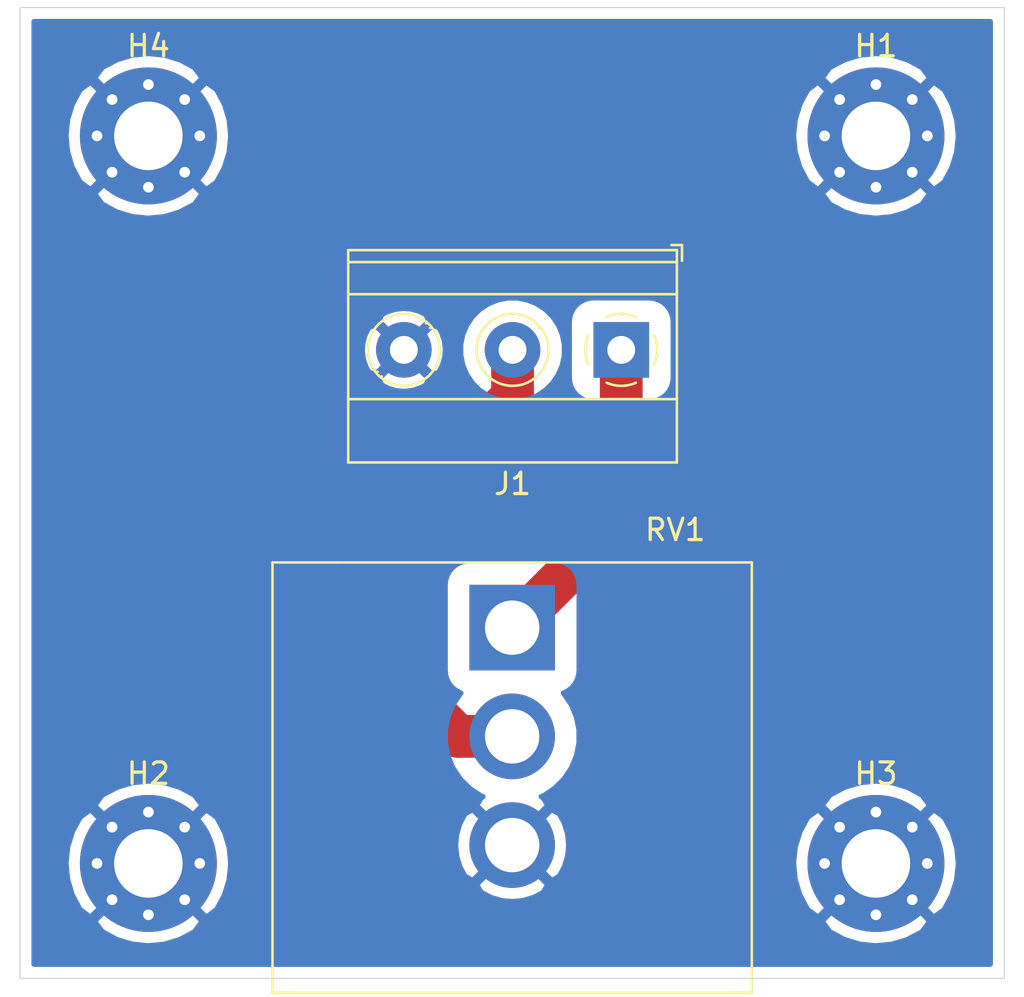
<source format=kicad_pcb>
(kicad_pcb (version 20171130) (host pcbnew "(5.1.10)-1")

  (general
    (thickness 1.6)
    (drawings 4)
    (tracks 7)
    (zones 0)
    (modules 6)
    (nets 4)
  )

  (page A4)
  (layers
    (0 F.Cu signal)
    (31 B.Cu signal)
    (32 B.Adhes user)
    (33 F.Adhes user)
    (34 B.Paste user)
    (35 F.Paste user)
    (36 B.SilkS user)
    (37 F.SilkS user)
    (38 B.Mask user)
    (39 F.Mask user)
    (40 Dwgs.User user)
    (41 Cmts.User user)
    (42 Eco1.User user)
    (43 Eco2.User user)
    (44 Edge.Cuts user)
    (45 Margin user)
    (46 B.CrtYd user)
    (47 F.CrtYd user)
    (48 B.Fab user)
    (49 F.Fab user)
  )

  (setup
    (last_trace_width 2)
    (trace_clearance 1)
    (zone_clearance 0.508)
    (zone_45_only no)
    (trace_min 0.2)
    (via_size 0.8)
    (via_drill 0.4)
    (via_min_size 0.4)
    (via_min_drill 0.3)
    (uvia_size 0.3)
    (uvia_drill 0.1)
    (uvias_allowed no)
    (uvia_min_size 0.2)
    (uvia_min_drill 0.1)
    (edge_width 0.05)
    (segment_width 0.2)
    (pcb_text_width 0.3)
    (pcb_text_size 1.5 1.5)
    (mod_edge_width 0.12)
    (mod_text_size 1 1)
    (mod_text_width 0.15)
    (pad_size 1.524 1.524)
    (pad_drill 0.762)
    (pad_to_mask_clearance 0)
    (aux_axis_origin 0 0)
    (visible_elements FFFFFF7F)
    (pcbplotparams
      (layerselection 0x010fc_ffffffff)
      (usegerberextensions false)
      (usegerberattributes true)
      (usegerberadvancedattributes true)
      (creategerberjobfile true)
      (excludeedgelayer true)
      (linewidth 0.100000)
      (plotframeref false)
      (viasonmask false)
      (mode 1)
      (useauxorigin false)
      (hpglpennumber 1)
      (hpglpenspeed 20)
      (hpglpendiameter 15.000000)
      (psnegative false)
      (psa4output false)
      (plotreference true)
      (plotvalue true)
      (plotinvisibletext false)
      (padsonsilk false)
      (subtractmaskfromsilk false)
      (outputformat 1)
      (mirror false)
      (drillshape 0)
      (scaleselection 1)
      (outputdirectory "gerber/"))
  )

  (net 0 "")
  (net 1 GND)
  (net 2 "Net-(J1-Pad1)")
  (net 3 "Net-(J1-Pad2)")

  (net_class Default "This is the default net class."
    (clearance 1)
    (trace_width 2)
    (via_dia 0.8)
    (via_drill 0.4)
    (uvia_dia 0.3)
    (uvia_drill 0.1)
    (add_net GND)
    (add_net "Net-(J1-Pad1)")
    (add_net "Net-(J1-Pad2)")
  )

  (module MountingHole:MountingHole_3.2mm_M3_Pad_Via (layer F.Cu) (tedit 56DDBCCA) (tstamp 60FBE4D8)
    (at 145.76 61.595)
    (descr "Mounting Hole 3.2mm, M3")
    (tags "mounting hole 3.2mm m3")
    (path /60FC7C92)
    (attr virtual)
    (fp_text reference H1 (at 0 -4.2) (layer F.SilkS)
      (effects (font (size 1 1) (thickness 0.15)))
    )
    (fp_text value MountingHole_Pad (at 0 4.2) (layer F.Fab)
      (effects (font (size 1 1) (thickness 0.15)))
    )
    (fp_circle (center 0 0) (end 3.45 0) (layer F.CrtYd) (width 0.05))
    (fp_circle (center 0 0) (end 3.2 0) (layer Cmts.User) (width 0.15))
    (fp_text user %R (at 0.3 0) (layer F.Fab)
      (effects (font (size 1 1) (thickness 0.15)))
    )
    (pad 1 thru_hole circle (at 0 0) (size 6.4 6.4) (drill 3.2) (layers *.Cu *.Mask)
      (net 1 GND))
    (pad 1 thru_hole circle (at 2.4 0) (size 0.8 0.8) (drill 0.5) (layers *.Cu *.Mask)
      (net 1 GND))
    (pad 1 thru_hole circle (at 1.697056 1.697056) (size 0.8 0.8) (drill 0.5) (layers *.Cu *.Mask)
      (net 1 GND))
    (pad 1 thru_hole circle (at 0 2.4) (size 0.8 0.8) (drill 0.5) (layers *.Cu *.Mask)
      (net 1 GND))
    (pad 1 thru_hole circle (at -1.697056 1.697056) (size 0.8 0.8) (drill 0.5) (layers *.Cu *.Mask)
      (net 1 GND))
    (pad 1 thru_hole circle (at -2.4 0) (size 0.8 0.8) (drill 0.5) (layers *.Cu *.Mask)
      (net 1 GND))
    (pad 1 thru_hole circle (at -1.697056 -1.697056) (size 0.8 0.8) (drill 0.5) (layers *.Cu *.Mask)
      (net 1 GND))
    (pad 1 thru_hole circle (at 0 -2.4) (size 0.8 0.8) (drill 0.5) (layers *.Cu *.Mask)
      (net 1 GND))
    (pad 1 thru_hole circle (at 1.697056 -1.697056) (size 0.8 0.8) (drill 0.5) (layers *.Cu *.Mask)
      (net 1 GND))
  )

  (module MountingHole:MountingHole_3.2mm_M3_Pad_Via (layer F.Cu) (tedit 56DDBCCA) (tstamp 60FBE484)
    (at 111.76 95.595)
    (descr "Mounting Hole 3.2mm, M3")
    (tags "mounting hole 3.2mm m3")
    (path /60FC8446)
    (attr virtual)
    (fp_text reference H2 (at 0 -4.2) (layer F.SilkS)
      (effects (font (size 1 1) (thickness 0.15)))
    )
    (fp_text value MountingHole_Pad (at 0 4.2) (layer F.Fab)
      (effects (font (size 1 1) (thickness 0.15)))
    )
    (fp_text user %R (at 0.3 0) (layer F.Fab)
      (effects (font (size 1 1) (thickness 0.15)))
    )
    (fp_circle (center 0 0) (end 3.2 0) (layer Cmts.User) (width 0.15))
    (fp_circle (center 0 0) (end 3.45 0) (layer F.CrtYd) (width 0.05))
    (pad 1 thru_hole circle (at 1.697056 -1.697056) (size 0.8 0.8) (drill 0.5) (layers *.Cu *.Mask)
      (net 1 GND))
    (pad 1 thru_hole circle (at 0 -2.4) (size 0.8 0.8) (drill 0.5) (layers *.Cu *.Mask)
      (net 1 GND))
    (pad 1 thru_hole circle (at -1.697056 -1.697056) (size 0.8 0.8) (drill 0.5) (layers *.Cu *.Mask)
      (net 1 GND))
    (pad 1 thru_hole circle (at -2.4 0) (size 0.8 0.8) (drill 0.5) (layers *.Cu *.Mask)
      (net 1 GND))
    (pad 1 thru_hole circle (at -1.697056 1.697056) (size 0.8 0.8) (drill 0.5) (layers *.Cu *.Mask)
      (net 1 GND))
    (pad 1 thru_hole circle (at 0 2.4) (size 0.8 0.8) (drill 0.5) (layers *.Cu *.Mask)
      (net 1 GND))
    (pad 1 thru_hole circle (at 1.697056 1.697056) (size 0.8 0.8) (drill 0.5) (layers *.Cu *.Mask)
      (net 1 GND))
    (pad 1 thru_hole circle (at 2.4 0) (size 0.8 0.8) (drill 0.5) (layers *.Cu *.Mask)
      (net 1 GND))
    (pad 1 thru_hole circle (at 0 0) (size 6.4 6.4) (drill 3.2) (layers *.Cu *.Mask)
      (net 1 GND))
  )

  (module MountingHole:MountingHole_3.2mm_M3_Pad_Via (layer F.Cu) (tedit 56DDBCCA) (tstamp 60FBE38E)
    (at 145.76 95.595)
    (descr "Mounting Hole 3.2mm, M3")
    (tags "mounting hole 3.2mm m3")
    (path /60FC8A33)
    (attr virtual)
    (fp_text reference H3 (at 0 -4.2) (layer F.SilkS)
      (effects (font (size 1 1) (thickness 0.15)))
    )
    (fp_text value MountingHole_Pad (at 0 4.2) (layer F.Fab)
      (effects (font (size 1 1) (thickness 0.15)))
    )
    (fp_circle (center 0 0) (end 3.45 0) (layer F.CrtYd) (width 0.05))
    (fp_circle (center 0 0) (end 3.2 0) (layer Cmts.User) (width 0.15))
    (fp_text user %R (at 0.3 0) (layer F.Fab)
      (effects (font (size 1 1) (thickness 0.15)))
    )
    (pad 1 thru_hole circle (at 0 0) (size 6.4 6.4) (drill 3.2) (layers *.Cu *.Mask)
      (net 1 GND))
    (pad 1 thru_hole circle (at 2.4 0) (size 0.8 0.8) (drill 0.5) (layers *.Cu *.Mask)
      (net 1 GND))
    (pad 1 thru_hole circle (at 1.697056 1.697056) (size 0.8 0.8) (drill 0.5) (layers *.Cu *.Mask)
      (net 1 GND))
    (pad 1 thru_hole circle (at 0 2.4) (size 0.8 0.8) (drill 0.5) (layers *.Cu *.Mask)
      (net 1 GND))
    (pad 1 thru_hole circle (at -1.697056 1.697056) (size 0.8 0.8) (drill 0.5) (layers *.Cu *.Mask)
      (net 1 GND))
    (pad 1 thru_hole circle (at -2.4 0) (size 0.8 0.8) (drill 0.5) (layers *.Cu *.Mask)
      (net 1 GND))
    (pad 1 thru_hole circle (at -1.697056 -1.697056) (size 0.8 0.8) (drill 0.5) (layers *.Cu *.Mask)
      (net 1 GND))
    (pad 1 thru_hole circle (at 0 -2.4) (size 0.8 0.8) (drill 0.5) (layers *.Cu *.Mask)
      (net 1 GND))
    (pad 1 thru_hole circle (at 1.697056 -1.697056) (size 0.8 0.8) (drill 0.5) (layers *.Cu *.Mask)
      (net 1 GND))
  )

  (module MountingHole:MountingHole_3.2mm_M3_Pad_Via (layer F.Cu) (tedit 56DDBCCA) (tstamp 60FBE457)
    (at 111.76 61.595)
    (descr "Mounting Hole 3.2mm, M3")
    (tags "mounting hole 3.2mm m3")
    (path /60FCB4CE)
    (attr virtual)
    (fp_text reference H4 (at 0 -4.2) (layer F.SilkS)
      (effects (font (size 1 1) (thickness 0.15)))
    )
    (fp_text value MountingHole_Pad (at 0 4.2) (layer F.Fab)
      (effects (font (size 1 1) (thickness 0.15)))
    )
    (fp_text user %R (at 0.3 0) (layer F.Fab)
      (effects (font (size 1 1) (thickness 0.15)))
    )
    (fp_circle (center 0 0) (end 3.2 0) (layer Cmts.User) (width 0.15))
    (fp_circle (center 0 0) (end 3.45 0) (layer F.CrtYd) (width 0.05))
    (pad 1 thru_hole circle (at 1.697056 -1.697056) (size 0.8 0.8) (drill 0.5) (layers *.Cu *.Mask)
      (net 1 GND))
    (pad 1 thru_hole circle (at 0 -2.4) (size 0.8 0.8) (drill 0.5) (layers *.Cu *.Mask)
      (net 1 GND))
    (pad 1 thru_hole circle (at -1.697056 -1.697056) (size 0.8 0.8) (drill 0.5) (layers *.Cu *.Mask)
      (net 1 GND))
    (pad 1 thru_hole circle (at -2.4 0) (size 0.8 0.8) (drill 0.5) (layers *.Cu *.Mask)
      (net 1 GND))
    (pad 1 thru_hole circle (at -1.697056 1.697056) (size 0.8 0.8) (drill 0.5) (layers *.Cu *.Mask)
      (net 1 GND))
    (pad 1 thru_hole circle (at 0 2.4) (size 0.8 0.8) (drill 0.5) (layers *.Cu *.Mask)
      (net 1 GND))
    (pad 1 thru_hole circle (at 1.697056 1.697056) (size 0.8 0.8) (drill 0.5) (layers *.Cu *.Mask)
      (net 1 GND))
    (pad 1 thru_hole circle (at 2.4 0) (size 0.8 0.8) (drill 0.5) (layers *.Cu *.Mask)
      (net 1 GND))
    (pad 1 thru_hole circle (at 0 0) (size 6.4 6.4) (drill 3.2) (layers *.Cu *.Mask)
      (net 1 GND))
  )

  (module TerminalBlock_Phoenix:TerminalBlock_Phoenix_MKDS-1,5-3-5.08_1x03_P5.08mm_Horizontal (layer F.Cu) (tedit 5B294EBC) (tstamp 60FBE3E0)
    (at 133.858 71.595 180)
    (descr "Terminal Block Phoenix MKDS-1,5-3-5.08, 3 pins, pitch 5.08mm, size 15.2x9.8mm^2, drill diamater 1.3mm, pad diameter 2.6mm, see http://www.farnell.com/datasheets/100425.pdf, script-generated using https://github.com/pointhi/kicad-footprint-generator/scripts/TerminalBlock_Phoenix")
    (tags "THT Terminal Block Phoenix MKDS-1,5-3-5.08 pitch 5.08mm size 15.2x9.8mm^2 drill 1.3mm pad 2.6mm")
    (path /60FB2EAE)
    (fp_text reference J1 (at 5.08 -6.26) (layer F.SilkS)
      (effects (font (size 1 1) (thickness 0.15)))
    )
    (fp_text value Screw_Terminal_01x03 (at 5.08 5.66) (layer F.Fab)
      (effects (font (size 1 1) (thickness 0.15)))
    )
    (fp_line (start 13.21 -5.71) (end -3.04 -5.71) (layer F.CrtYd) (width 0.05))
    (fp_line (start 13.21 5.1) (end 13.21 -5.71) (layer F.CrtYd) (width 0.05))
    (fp_line (start -3.04 5.1) (end 13.21 5.1) (layer F.CrtYd) (width 0.05))
    (fp_line (start -3.04 -5.71) (end -3.04 5.1) (layer F.CrtYd) (width 0.05))
    (fp_line (start -2.84 4.9) (end -2.34 4.9) (layer F.SilkS) (width 0.12))
    (fp_line (start -2.84 4.16) (end -2.84 4.9) (layer F.SilkS) (width 0.12))
    (fp_line (start 8.933 1.023) (end 8.886 1.069) (layer F.SilkS) (width 0.12))
    (fp_line (start 11.23 -1.275) (end 11.195 -1.239) (layer F.SilkS) (width 0.12))
    (fp_line (start 9.126 1.239) (end 9.091 1.274) (layer F.SilkS) (width 0.12))
    (fp_line (start 11.435 -1.069) (end 11.388 -1.023) (layer F.SilkS) (width 0.12))
    (fp_line (start 11.115 -1.138) (end 9.023 0.955) (layer F.Fab) (width 0.1))
    (fp_line (start 11.298 -0.955) (end 9.206 1.138) (layer F.Fab) (width 0.1))
    (fp_line (start 3.853 1.023) (end 3.806 1.069) (layer F.SilkS) (width 0.12))
    (fp_line (start 6.15 -1.275) (end 6.115 -1.239) (layer F.SilkS) (width 0.12))
    (fp_line (start 4.046 1.239) (end 4.011 1.274) (layer F.SilkS) (width 0.12))
    (fp_line (start 6.355 -1.069) (end 6.308 -1.023) (layer F.SilkS) (width 0.12))
    (fp_line (start 6.035 -1.138) (end 3.943 0.955) (layer F.Fab) (width 0.1))
    (fp_line (start 6.218 -0.955) (end 4.126 1.138) (layer F.Fab) (width 0.1))
    (fp_line (start 0.955 -1.138) (end -1.138 0.955) (layer F.Fab) (width 0.1))
    (fp_line (start 1.138 -0.955) (end -0.955 1.138) (layer F.Fab) (width 0.1))
    (fp_line (start 12.76 -5.261) (end 12.76 4.66) (layer F.SilkS) (width 0.12))
    (fp_line (start -2.6 -5.261) (end -2.6 4.66) (layer F.SilkS) (width 0.12))
    (fp_line (start -2.6 4.66) (end 12.76 4.66) (layer F.SilkS) (width 0.12))
    (fp_line (start -2.6 -5.261) (end 12.76 -5.261) (layer F.SilkS) (width 0.12))
    (fp_line (start -2.6 -2.301) (end 12.76 -2.301) (layer F.SilkS) (width 0.12))
    (fp_line (start -2.54 -2.3) (end 12.7 -2.3) (layer F.Fab) (width 0.1))
    (fp_line (start -2.6 2.6) (end 12.76 2.6) (layer F.SilkS) (width 0.12))
    (fp_line (start -2.54 2.6) (end 12.7 2.6) (layer F.Fab) (width 0.1))
    (fp_line (start -2.6 4.1) (end 12.76 4.1) (layer F.SilkS) (width 0.12))
    (fp_line (start -2.54 4.1) (end 12.7 4.1) (layer F.Fab) (width 0.1))
    (fp_line (start -2.54 4.1) (end -2.54 -5.2) (layer F.Fab) (width 0.1))
    (fp_line (start -2.04 4.6) (end -2.54 4.1) (layer F.Fab) (width 0.1))
    (fp_line (start 12.7 4.6) (end -2.04 4.6) (layer F.Fab) (width 0.1))
    (fp_line (start 12.7 -5.2) (end 12.7 4.6) (layer F.Fab) (width 0.1))
    (fp_line (start -2.54 -5.2) (end 12.7 -5.2) (layer F.Fab) (width 0.1))
    (fp_circle (center 10.16 0) (end 11.84 0) (layer F.SilkS) (width 0.12))
    (fp_circle (center 10.16 0) (end 11.66 0) (layer F.Fab) (width 0.1))
    (fp_circle (center 5.08 0) (end 6.76 0) (layer F.SilkS) (width 0.12))
    (fp_circle (center 5.08 0) (end 6.58 0) (layer F.Fab) (width 0.1))
    (fp_circle (center 0 0) (end 1.5 0) (layer F.Fab) (width 0.1))
    (fp_arc (start 0 0) (end 0 1.68) (angle -24) (layer F.SilkS) (width 0.12))
    (fp_arc (start 0 0) (end 1.535 0.684) (angle -48) (layer F.SilkS) (width 0.12))
    (fp_arc (start 0 0) (end 0.684 -1.535) (angle -48) (layer F.SilkS) (width 0.12))
    (fp_arc (start 0 0) (end -1.535 -0.684) (angle -48) (layer F.SilkS) (width 0.12))
    (fp_arc (start 0 0) (end -0.684 1.535) (angle -25) (layer F.SilkS) (width 0.12))
    (fp_text user %R (at 5.08 3.2) (layer F.Fab)
      (effects (font (size 1 1) (thickness 0.15)))
    )
    (pad 1 thru_hole rect (at 0 0 180) (size 2.6 2.6) (drill 1.3) (layers *.Cu *.Mask)
      (net 2 "Net-(J1-Pad1)"))
    (pad 2 thru_hole circle (at 5.08 0 180) (size 2.6 2.6) (drill 1.3) (layers *.Cu *.Mask)
      (net 3 "Net-(J1-Pad2)"))
    (pad 3 thru_hole circle (at 10.16 0 180) (size 2.6 2.6) (drill 1.3) (layers *.Cu *.Mask)
      (net 1 GND))
    (model ${KISYS3DMOD}/TerminalBlock_Phoenix.3dshapes/TerminalBlock_Phoenix_MKDS-1,5-3-5.08_1x03_P5.08mm_Horizontal.wrl
      (at (xyz 0 0 0))
      (scale (xyz 1 1 1))
      (rotate (xyz 0 0 0))
    )
  )

  (module Potentiometer_THT:POT3600 (layer F.Cu) (tedit 60FB784A) (tstamp 60FBE4AF)
    (at 128.76 101.595)
    (path /60FB170B)
    (fp_text reference RV1 (at 7.62 -21.59) (layer F.SilkS)
      (effects (font (size 1 1) (thickness 0.15)))
    )
    (fp_text value R_POT (at 0 -2.54) (layer F.Fab)
      (effects (font (size 1 1) (thickness 0.15)))
    )
    (fp_line (start -11.2 -20.066) (end -8.128 -20.066) (layer F.SilkS) (width 0.12))
    (fp_line (start -11.2 0.042) (end -11.2 -20.066) (layer F.SilkS) (width 0.12))
    (fp_line (start 11.2 -20.066) (end -8.128 -20.066) (layer F.SilkS) (width 0.12))
    (fp_line (start 11.2 -18.796) (end 11.2 -20.066) (layer F.SilkS) (width 0.12))
    (fp_line (start 11.2 0.042) (end 11.2 -18.796) (layer F.SilkS) (width 0.12))
    (fp_line (start 0 0.042) (end -11.2 0.042) (layer F.SilkS) (width 0.12))
    (fp_line (start 0 0.042) (end 11.2 0.042) (layer F.SilkS) (width 0.12))
    (pad 2 thru_hole rect (at 0 -17.018) (size 4 4) (drill 2.54) (layers *.Cu *.Mask)
      (net 2 "Net-(J1-Pad1)"))
    (pad 1 thru_hole circle (at 0 -11.938) (size 4 4) (drill 2.54) (layers *.Cu *.Mask)
      (net 3 "Net-(J1-Pad2)"))
    (pad 3 thru_hole circle (at 0 -6.858) (size 4 4) (drill 2.54) (layers *.Cu *.Mask)
      (net 1 GND))
  )

  (gr_line (start 105.76 100.965) (end 151.76 100.965) (layer Edge.Cuts) (width 0.05) (tstamp 60FBE7F5))
  (gr_line (start 105.76 55.595) (end 105.76 100.965) (layer Edge.Cuts) (width 0.05))
  (gr_line (start 151.76 55.595) (end 151.76 100.965) (layer Edge.Cuts) (width 0.05))
  (gr_line (start 105.76 55.595) (end 151.76 55.595) (layer Edge.Cuts) (width 0.05))

  (segment (start 133.858 79.479) (end 133.858 71.595) (width 2) (layer F.Cu) (net 2))
  (segment (start 128.76 84.577) (end 133.858 79.479) (width 2) (layer F.Cu) (net 2))
  (segment (start 128.778 71.595) (end 128.778 73.787) (width 2) (layer F.Cu) (net 3))
  (segment (start 128.778 73.787) (end 122.555 80.01) (width 2) (layer F.Cu) (net 3))
  (segment (start 126.239998 89.657) (end 128.76 89.657) (width 2) (layer F.Cu) (net 3))
  (segment (start 122.555 85.972002) (end 126.239998 89.657) (width 2) (layer F.Cu) (net 3))
  (segment (start 122.555 80.01) (end 122.555 85.972002) (width 2) (layer F.Cu) (net 3))

  (zone (net 1) (net_name GND) (layer B.Cu) (tstamp 60FBE88D) (hatch edge 0.508)
    (connect_pads (clearance 0.508))
    (min_thickness 0.254)
    (fill yes (arc_segments 32) (thermal_gap 0.508) (thermal_bridge_width 0.508))
    (polygon
      (pts
        (xy 152.4 100.965) (xy 105.41 100.965) (xy 105.41 55.245) (xy 152.4 55.245)
      )
    )
    (filled_polygon
      (pts
        (xy 151.100001 100.305) (xy 106.42 100.305) (xy 106.42 98.295881) (xy 109.238724 98.295881) (xy 109.598912 98.785548)
        (xy 110.262882 99.145849) (xy 110.984385 99.369694) (xy 111.735695 99.44848) (xy 112.487938 99.379178) (xy 113.212208 99.164452)
        (xy 113.88067 98.812555) (xy 113.921088 98.785548) (xy 114.281276 98.295881) (xy 143.238724 98.295881) (xy 143.598912 98.785548)
        (xy 144.262882 99.145849) (xy 144.984385 99.369694) (xy 145.735695 99.44848) (xy 146.487938 99.379178) (xy 147.212208 99.164452)
        (xy 147.88067 98.812555) (xy 147.921088 98.785548) (xy 148.281276 98.295881) (xy 145.76 95.774605) (xy 143.238724 98.295881)
        (xy 114.281276 98.295881) (xy 111.76 95.774605) (xy 109.238724 98.295881) (xy 106.42 98.295881) (xy 106.42 95.570695)
        (xy 107.90652 95.570695) (xy 107.975822 96.322938) (xy 108.190548 97.047208) (xy 108.542445 97.71567) (xy 108.569452 97.756088)
        (xy 109.059119 98.116276) (xy 111.580395 95.595) (xy 111.939605 95.595) (xy 114.460881 98.116276) (xy 114.950548 97.756088)
        (xy 115.310849 97.092118) (xy 115.468336 96.584499) (xy 127.092106 96.584499) (xy 127.308228 96.951258) (xy 127.768105 97.191938)
        (xy 128.266098 97.338275) (xy 128.783071 97.384648) (xy 129.299159 97.329273) (xy 129.794526 97.174279) (xy 130.211772 96.951258)
        (xy 130.427894 96.584499) (xy 128.76 94.916605) (xy 127.092106 96.584499) (xy 115.468336 96.584499) (xy 115.534694 96.370615)
        (xy 115.61348 95.619305) (xy 115.544178 94.867062) (xy 115.512459 94.760071) (xy 126.112352 94.760071) (xy 126.167727 95.276159)
        (xy 126.322721 95.771526) (xy 126.545742 96.188772) (xy 126.912501 96.404894) (xy 128.580395 94.737) (xy 128.939605 94.737)
        (xy 130.607499 96.404894) (xy 130.974258 96.188772) (xy 131.214938 95.728895) (xy 131.261425 95.570695) (xy 141.90652 95.570695)
        (xy 141.975822 96.322938) (xy 142.190548 97.047208) (xy 142.542445 97.71567) (xy 142.569452 97.756088) (xy 143.059119 98.116276)
        (xy 145.580395 95.595) (xy 145.939605 95.595) (xy 148.460881 98.116276) (xy 148.950548 97.756088) (xy 149.310849 97.092118)
        (xy 149.534694 96.370615) (xy 149.61348 95.619305) (xy 149.544178 94.867062) (xy 149.329452 94.142792) (xy 148.977555 93.47433)
        (xy 148.950548 93.433912) (xy 148.460881 93.073724) (xy 145.939605 95.595) (xy 145.580395 95.595) (xy 143.059119 93.073724)
        (xy 142.569452 93.433912) (xy 142.209151 94.097882) (xy 141.985306 94.819385) (xy 141.90652 95.570695) (xy 131.261425 95.570695)
        (xy 131.361275 95.230902) (xy 131.407648 94.713929) (xy 131.352273 94.197841) (xy 131.197279 93.702474) (xy 130.974258 93.285228)
        (xy 130.607499 93.069106) (xy 128.939605 94.737) (xy 128.580395 94.737) (xy 126.912501 93.069106) (xy 126.545742 93.285228)
        (xy 126.305062 93.745105) (xy 126.158725 94.243098) (xy 126.112352 94.760071) (xy 115.512459 94.760071) (xy 115.329452 94.142792)
        (xy 114.977555 93.47433) (xy 114.950548 93.433912) (xy 114.460881 93.073724) (xy 111.939605 95.595) (xy 111.580395 95.595)
        (xy 109.059119 93.073724) (xy 108.569452 93.433912) (xy 108.209151 94.097882) (xy 107.985306 94.819385) (xy 107.90652 95.570695)
        (xy 106.42 95.570695) (xy 106.42 92.894119) (xy 109.238724 92.894119) (xy 111.76 95.415395) (xy 114.281276 92.894119)
        (xy 113.921088 92.404452) (xy 113.257118 92.044151) (xy 112.535615 91.820306) (xy 111.784305 91.74152) (xy 111.032062 91.810822)
        (xy 110.307792 92.025548) (xy 109.63933 92.377445) (xy 109.598912 92.404452) (xy 109.238724 92.894119) (xy 106.42 92.894119)
        (xy 106.42 82.577) (xy 125.627547 82.577) (xy 125.627547 86.577) (xy 125.649307 86.797931) (xy 125.71375 87.010371)
        (xy 125.8184 87.206157) (xy 125.959235 87.377765) (xy 126.130843 87.5186) (xy 126.326629 87.62325) (xy 126.36106 87.633695)
        (xy 126.331101 87.663654) (xy 125.988889 88.17581) (xy 125.753169 88.744888) (xy 125.633 89.349017) (xy 125.633 89.964983)
        (xy 125.753169 90.569112) (xy 125.988889 91.13819) (xy 126.331101 91.650346) (xy 126.766654 92.085899) (xy 127.27881 92.428111)
        (xy 127.39513 92.476292) (xy 127.308228 92.522742) (xy 127.092106 92.889501) (xy 128.76 94.557395) (xy 130.423276 92.894119)
        (xy 143.238724 92.894119) (xy 145.76 95.415395) (xy 148.281276 92.894119) (xy 147.921088 92.404452) (xy 147.257118 92.044151)
        (xy 146.535615 91.820306) (xy 145.784305 91.74152) (xy 145.032062 91.810822) (xy 144.307792 92.025548) (xy 143.63933 92.377445)
        (xy 143.598912 92.404452) (xy 143.238724 92.894119) (xy 130.423276 92.894119) (xy 130.427894 92.889501) (xy 130.211772 92.522742)
        (xy 130.123837 92.47672) (xy 130.24119 92.428111) (xy 130.753346 92.085899) (xy 131.188899 91.650346) (xy 131.531111 91.13819)
        (xy 131.766831 90.569112) (xy 131.887 89.964983) (xy 131.887 89.349017) (xy 131.766831 88.744888) (xy 131.531111 88.17581)
        (xy 131.188899 87.663654) (xy 131.15894 87.633695) (xy 131.193371 87.62325) (xy 131.389157 87.5186) (xy 131.560765 87.377765)
        (xy 131.7016 87.206157) (xy 131.80625 87.010371) (xy 131.870693 86.797931) (xy 131.892453 86.577) (xy 131.892453 82.577)
        (xy 131.870693 82.356069) (xy 131.80625 82.143629) (xy 131.7016 81.947843) (xy 131.560765 81.776235) (xy 131.389157 81.6354)
        (xy 131.193371 81.53075) (xy 130.980931 81.466307) (xy 130.76 81.444547) (xy 126.76 81.444547) (xy 126.539069 81.466307)
        (xy 126.326629 81.53075) (xy 126.130843 81.6354) (xy 125.959235 81.776235) (xy 125.8184 81.947843) (xy 125.71375 82.143629)
        (xy 125.649307 82.356069) (xy 125.627547 82.577) (xy 106.42 82.577) (xy 106.42 72.944224) (xy 122.528381 72.944224)
        (xy 122.660317 73.239312) (xy 123.001045 73.410159) (xy 123.368557 73.51125) (xy 123.748729 73.538701) (xy 124.126951 73.491457)
        (xy 124.48869 73.371333) (xy 124.735683 73.239312) (xy 124.867619 72.944224) (xy 123.698 71.774605) (xy 122.528381 72.944224)
        (xy 106.42 72.944224) (xy 106.42 71.645729) (xy 121.754299 71.645729) (xy 121.801543 72.023951) (xy 121.921667 72.38569)
        (xy 122.053688 72.632683) (xy 122.348776 72.764619) (xy 123.518395 71.595) (xy 123.877605 71.595) (xy 125.047224 72.764619)
        (xy 125.342312 72.632683) (xy 125.513159 72.291955) (xy 125.61425 71.924443) (xy 125.641701 71.544271) (xy 125.61818 71.355961)
        (xy 126.351 71.355961) (xy 126.351 71.834039) (xy 126.444268 72.30293) (xy 126.627221 72.744615) (xy 126.892826 73.142122)
        (xy 127.230878 73.480174) (xy 127.628385 73.745779) (xy 128.07007 73.928732) (xy 128.538961 74.022) (xy 129.017039 74.022)
        (xy 129.48593 73.928732) (xy 129.927615 73.745779) (xy 130.325122 73.480174) (xy 130.663174 73.142122) (xy 130.928779 72.744615)
        (xy 131.111732 72.30293) (xy 131.205 71.834039) (xy 131.205 71.355961) (xy 131.111732 70.88707) (xy 130.928779 70.445385)
        (xy 130.828296 70.295) (xy 131.425547 70.295) (xy 131.425547 72.895) (xy 131.447307 73.115931) (xy 131.51175 73.328371)
        (xy 131.6164 73.524157) (xy 131.757235 73.695765) (xy 131.928843 73.8366) (xy 132.124629 73.94125) (xy 132.337069 74.005693)
        (xy 132.558 74.027453) (xy 135.158 74.027453) (xy 135.378931 74.005693) (xy 135.591371 73.94125) (xy 135.787157 73.8366)
        (xy 135.958765 73.695765) (xy 136.0996 73.524157) (xy 136.20425 73.328371) (xy 136.268693 73.115931) (xy 136.290453 72.895)
        (xy 136.290453 70.295) (xy 136.268693 70.074069) (xy 136.20425 69.861629) (xy 136.0996 69.665843) (xy 135.958765 69.494235)
        (xy 135.787157 69.3534) (xy 135.591371 69.24875) (xy 135.378931 69.184307) (xy 135.158 69.162547) (xy 132.558 69.162547)
        (xy 132.337069 69.184307) (xy 132.124629 69.24875) (xy 131.928843 69.3534) (xy 131.757235 69.494235) (xy 131.6164 69.665843)
        (xy 131.51175 69.861629) (xy 131.447307 70.074069) (xy 131.425547 70.295) (xy 130.828296 70.295) (xy 130.663174 70.047878)
        (xy 130.325122 69.709826) (xy 129.927615 69.444221) (xy 129.48593 69.261268) (xy 129.017039 69.168) (xy 128.538961 69.168)
        (xy 128.07007 69.261268) (xy 127.628385 69.444221) (xy 127.230878 69.709826) (xy 126.892826 70.047878) (xy 126.627221 70.445385)
        (xy 126.444268 70.88707) (xy 126.351 71.355961) (xy 125.61818 71.355961) (xy 125.594457 71.166049) (xy 125.474333 70.80431)
        (xy 125.342312 70.557317) (xy 125.047224 70.425381) (xy 123.877605 71.595) (xy 123.518395 71.595) (xy 122.348776 70.425381)
        (xy 122.053688 70.557317) (xy 121.882841 70.898045) (xy 121.78175 71.265557) (xy 121.754299 71.645729) (xy 106.42 71.645729)
        (xy 106.42 70.245776) (xy 122.528381 70.245776) (xy 123.698 71.415395) (xy 124.867619 70.245776) (xy 124.735683 69.950688)
        (xy 124.394955 69.779841) (xy 124.027443 69.67875) (xy 123.647271 69.651299) (xy 123.269049 69.698543) (xy 122.90731 69.818667)
        (xy 122.660317 69.950688) (xy 122.528381 70.245776) (xy 106.42 70.245776) (xy 106.42 64.295881) (xy 109.238724 64.295881)
        (xy 109.598912 64.785548) (xy 110.262882 65.145849) (xy 110.984385 65.369694) (xy 111.735695 65.44848) (xy 112.487938 65.379178)
        (xy 113.212208 65.164452) (xy 113.88067 64.812555) (xy 113.921088 64.785548) (xy 114.281276 64.295881) (xy 143.238724 64.295881)
        (xy 143.598912 64.785548) (xy 144.262882 65.145849) (xy 144.984385 65.369694) (xy 145.735695 65.44848) (xy 146.487938 65.379178)
        (xy 147.212208 65.164452) (xy 147.88067 64.812555) (xy 147.921088 64.785548) (xy 148.281276 64.295881) (xy 145.76 61.774605)
        (xy 143.238724 64.295881) (xy 114.281276 64.295881) (xy 111.76 61.774605) (xy 109.238724 64.295881) (xy 106.42 64.295881)
        (xy 106.42 61.570695) (xy 107.90652 61.570695) (xy 107.975822 62.322938) (xy 108.190548 63.047208) (xy 108.542445 63.71567)
        (xy 108.569452 63.756088) (xy 109.059119 64.116276) (xy 111.580395 61.595) (xy 111.939605 61.595) (xy 114.460881 64.116276)
        (xy 114.950548 63.756088) (xy 115.310849 63.092118) (xy 115.534694 62.370615) (xy 115.61348 61.619305) (xy 115.609002 61.570695)
        (xy 141.90652 61.570695) (xy 141.975822 62.322938) (xy 142.190548 63.047208) (xy 142.542445 63.71567) (xy 142.569452 63.756088)
        (xy 143.059119 64.116276) (xy 145.580395 61.595) (xy 145.939605 61.595) (xy 148.460881 64.116276) (xy 148.950548 63.756088)
        (xy 149.310849 63.092118) (xy 149.534694 62.370615) (xy 149.61348 61.619305) (xy 149.544178 60.867062) (xy 149.329452 60.142792)
        (xy 148.977555 59.47433) (xy 148.950548 59.433912) (xy 148.460881 59.073724) (xy 145.939605 61.595) (xy 145.580395 61.595)
        (xy 143.059119 59.073724) (xy 142.569452 59.433912) (xy 142.209151 60.097882) (xy 141.985306 60.819385) (xy 141.90652 61.570695)
        (xy 115.609002 61.570695) (xy 115.544178 60.867062) (xy 115.329452 60.142792) (xy 114.977555 59.47433) (xy 114.950548 59.433912)
        (xy 114.460881 59.073724) (xy 111.939605 61.595) (xy 111.580395 61.595) (xy 109.059119 59.073724) (xy 108.569452 59.433912)
        (xy 108.209151 60.097882) (xy 107.985306 60.819385) (xy 107.90652 61.570695) (xy 106.42 61.570695) (xy 106.42 58.894119)
        (xy 109.238724 58.894119) (xy 111.76 61.415395) (xy 114.281276 58.894119) (xy 143.238724 58.894119) (xy 145.76 61.415395)
        (xy 148.281276 58.894119) (xy 147.921088 58.404452) (xy 147.257118 58.044151) (xy 146.535615 57.820306) (xy 145.784305 57.74152)
        (xy 145.032062 57.810822) (xy 144.307792 58.025548) (xy 143.63933 58.377445) (xy 143.598912 58.404452) (xy 143.238724 58.894119)
        (xy 114.281276 58.894119) (xy 113.921088 58.404452) (xy 113.257118 58.044151) (xy 112.535615 57.820306) (xy 111.784305 57.74152)
        (xy 111.032062 57.810822) (xy 110.307792 58.025548) (xy 109.63933 58.377445) (xy 109.598912 58.404452) (xy 109.238724 58.894119)
        (xy 106.42 58.894119) (xy 106.42 56.255) (xy 151.1 56.255)
      )
    )
  )
)

</source>
